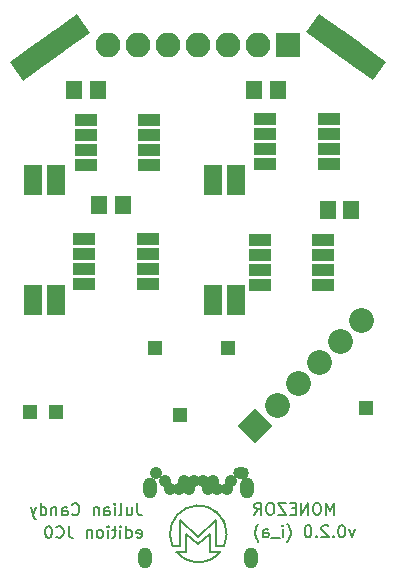
<source format=gbr>
G04 #@! TF.FileFunction,Soldermask,Bot*
%FSLAX46Y46*%
G04 Gerber Fmt 4.6, Leading zero omitted, Abs format (unit mm)*
G04 Created by KiCad (PCBNEW 4.0.7-e2-6376~58~ubuntu16.04.1) date Thu Nov 16 15:54:30 2017*
%MOMM*%
%LPD*%
G01*
G04 APERTURE LIST*
%ADD10C,0.100000*%
%ADD11C,0.200000*%
%ADD12C,0.150000*%
%ADD13R,1.400000X1.650000*%
%ADD14C,2.100000*%
%ADD15O,1.200000X1.800000*%
%ADD16O,1.350000X1.050000*%
%ADD17C,1.050000*%
%ADD18R,2.100000X2.100000*%
%ADD19O,2.100000X2.100000*%
%ADD20R,1.650000X1.400000*%
%ADD21R,1.250000X1.250000*%
%ADD22R,1.950000X1.000000*%
G04 APERTURE END LIST*
D10*
D11*
X210676666Y-117879762D02*
X210771904Y-117927381D01*
X210962381Y-117927381D01*
X211057619Y-117879762D01*
X211105238Y-117784524D01*
X211105238Y-117403571D01*
X211057619Y-117308333D01*
X210962381Y-117260714D01*
X210771904Y-117260714D01*
X210676666Y-117308333D01*
X210629047Y-117403571D01*
X210629047Y-117498810D01*
X211105238Y-117594048D01*
X209771904Y-117927381D02*
X209771904Y-116927381D01*
X209771904Y-117879762D02*
X209867142Y-117927381D01*
X210057619Y-117927381D01*
X210152857Y-117879762D01*
X210200476Y-117832143D01*
X210248095Y-117736905D01*
X210248095Y-117451190D01*
X210200476Y-117355952D01*
X210152857Y-117308333D01*
X210057619Y-117260714D01*
X209867142Y-117260714D01*
X209771904Y-117308333D01*
X209295714Y-117927381D02*
X209295714Y-117260714D01*
X209295714Y-116927381D02*
X209343333Y-116975000D01*
X209295714Y-117022619D01*
X209248095Y-116975000D01*
X209295714Y-116927381D01*
X209295714Y-117022619D01*
X208962381Y-117260714D02*
X208581429Y-117260714D01*
X208819524Y-116927381D02*
X208819524Y-117784524D01*
X208771905Y-117879762D01*
X208676667Y-117927381D01*
X208581429Y-117927381D01*
X208248095Y-117927381D02*
X208248095Y-117260714D01*
X208248095Y-116927381D02*
X208295714Y-116975000D01*
X208248095Y-117022619D01*
X208200476Y-116975000D01*
X208248095Y-116927381D01*
X208248095Y-117022619D01*
X207629048Y-117927381D02*
X207724286Y-117879762D01*
X207771905Y-117832143D01*
X207819524Y-117736905D01*
X207819524Y-117451190D01*
X207771905Y-117355952D01*
X207724286Y-117308333D01*
X207629048Y-117260714D01*
X207486190Y-117260714D01*
X207390952Y-117308333D01*
X207343333Y-117355952D01*
X207295714Y-117451190D01*
X207295714Y-117736905D01*
X207343333Y-117832143D01*
X207390952Y-117879762D01*
X207486190Y-117927381D01*
X207629048Y-117927381D01*
X206867143Y-117260714D02*
X206867143Y-117927381D01*
X206867143Y-117355952D02*
X206819524Y-117308333D01*
X206724286Y-117260714D01*
X206581428Y-117260714D01*
X206486190Y-117308333D01*
X206438571Y-117403571D01*
X206438571Y-117927381D01*
X204914761Y-116927381D02*
X204914761Y-117641667D01*
X204962381Y-117784524D01*
X205057619Y-117879762D01*
X205200476Y-117927381D01*
X205295714Y-117927381D01*
X203867142Y-117832143D02*
X203914761Y-117879762D01*
X204057618Y-117927381D01*
X204152856Y-117927381D01*
X204295714Y-117879762D01*
X204390952Y-117784524D01*
X204438571Y-117689286D01*
X204486190Y-117498810D01*
X204486190Y-117355952D01*
X204438571Y-117165476D01*
X204390952Y-117070238D01*
X204295714Y-116975000D01*
X204152856Y-116927381D01*
X204057618Y-116927381D01*
X203914761Y-116975000D01*
X203867142Y-117022619D01*
X203248095Y-116927381D02*
X203152856Y-116927381D01*
X203057618Y-116975000D01*
X203009999Y-117022619D01*
X202962380Y-117117857D01*
X202914761Y-117308333D01*
X202914761Y-117546429D01*
X202962380Y-117736905D01*
X203009999Y-117832143D01*
X203057618Y-117879762D01*
X203152856Y-117927381D01*
X203248095Y-117927381D01*
X203343333Y-117879762D01*
X203390952Y-117832143D01*
X203438571Y-117736905D01*
X203486190Y-117546429D01*
X203486190Y-117308333D01*
X203438571Y-117117857D01*
X203390952Y-117022619D01*
X203343333Y-116975000D01*
X203248095Y-116927381D01*
X210733733Y-115022381D02*
X210733733Y-115736667D01*
X210781353Y-115879524D01*
X210876591Y-115974762D01*
X211019448Y-116022381D01*
X211114686Y-116022381D01*
X209828971Y-115355714D02*
X209828971Y-116022381D01*
X210257543Y-115355714D02*
X210257543Y-115879524D01*
X210209924Y-115974762D01*
X210114686Y-116022381D01*
X209971828Y-116022381D01*
X209876590Y-115974762D01*
X209828971Y-115927143D01*
X209209924Y-116022381D02*
X209305162Y-115974762D01*
X209352781Y-115879524D01*
X209352781Y-115022381D01*
X208828971Y-116022381D02*
X208828971Y-115355714D01*
X208828971Y-115022381D02*
X208876590Y-115070000D01*
X208828971Y-115117619D01*
X208781352Y-115070000D01*
X208828971Y-115022381D01*
X208828971Y-115117619D01*
X207924209Y-116022381D02*
X207924209Y-115498571D01*
X207971828Y-115403333D01*
X208067066Y-115355714D01*
X208257543Y-115355714D01*
X208352781Y-115403333D01*
X207924209Y-115974762D02*
X208019447Y-116022381D01*
X208257543Y-116022381D01*
X208352781Y-115974762D01*
X208400400Y-115879524D01*
X208400400Y-115784286D01*
X208352781Y-115689048D01*
X208257543Y-115641429D01*
X208019447Y-115641429D01*
X207924209Y-115593810D01*
X207448019Y-115355714D02*
X207448019Y-116022381D01*
X207448019Y-115450952D02*
X207400400Y-115403333D01*
X207305162Y-115355714D01*
X207162304Y-115355714D01*
X207067066Y-115403333D01*
X207019447Y-115498571D01*
X207019447Y-116022381D01*
X205209923Y-115927143D02*
X205257542Y-115974762D01*
X205400399Y-116022381D01*
X205495637Y-116022381D01*
X205638495Y-115974762D01*
X205733733Y-115879524D01*
X205781352Y-115784286D01*
X205828971Y-115593810D01*
X205828971Y-115450952D01*
X205781352Y-115260476D01*
X205733733Y-115165238D01*
X205638495Y-115070000D01*
X205495637Y-115022381D01*
X205400399Y-115022381D01*
X205257542Y-115070000D01*
X205209923Y-115117619D01*
X204352780Y-116022381D02*
X204352780Y-115498571D01*
X204400399Y-115403333D01*
X204495637Y-115355714D01*
X204686114Y-115355714D01*
X204781352Y-115403333D01*
X204352780Y-115974762D02*
X204448018Y-116022381D01*
X204686114Y-116022381D01*
X204781352Y-115974762D01*
X204828971Y-115879524D01*
X204828971Y-115784286D01*
X204781352Y-115689048D01*
X204686114Y-115641429D01*
X204448018Y-115641429D01*
X204352780Y-115593810D01*
X203876590Y-115355714D02*
X203876590Y-116022381D01*
X203876590Y-115450952D02*
X203828971Y-115403333D01*
X203733733Y-115355714D01*
X203590875Y-115355714D01*
X203495637Y-115403333D01*
X203448018Y-115498571D01*
X203448018Y-116022381D01*
X202543256Y-116022381D02*
X202543256Y-115022381D01*
X202543256Y-115974762D02*
X202638494Y-116022381D01*
X202828971Y-116022381D01*
X202924209Y-115974762D01*
X202971828Y-115927143D01*
X203019447Y-115831905D01*
X203019447Y-115546190D01*
X202971828Y-115450952D01*
X202924209Y-115403333D01*
X202828971Y-115355714D01*
X202638494Y-115355714D01*
X202543256Y-115403333D01*
X202162304Y-115355714D02*
X201924209Y-116022381D01*
X201686113Y-115355714D02*
X201924209Y-116022381D01*
X202019447Y-116260476D01*
X202067066Y-116308095D01*
X202162304Y-116355714D01*
X229128152Y-117209914D02*
X228890057Y-117876581D01*
X228651961Y-117209914D01*
X228080533Y-116876581D02*
X227985294Y-116876581D01*
X227890056Y-116924200D01*
X227842437Y-116971819D01*
X227794818Y-117067057D01*
X227747199Y-117257533D01*
X227747199Y-117495629D01*
X227794818Y-117686105D01*
X227842437Y-117781343D01*
X227890056Y-117828962D01*
X227985294Y-117876581D01*
X228080533Y-117876581D01*
X228175771Y-117828962D01*
X228223390Y-117781343D01*
X228271009Y-117686105D01*
X228318628Y-117495629D01*
X228318628Y-117257533D01*
X228271009Y-117067057D01*
X228223390Y-116971819D01*
X228175771Y-116924200D01*
X228080533Y-116876581D01*
X227318628Y-117781343D02*
X227271009Y-117828962D01*
X227318628Y-117876581D01*
X227366247Y-117828962D01*
X227318628Y-117781343D01*
X227318628Y-117876581D01*
X226890057Y-116971819D02*
X226842438Y-116924200D01*
X226747200Y-116876581D01*
X226509104Y-116876581D01*
X226413866Y-116924200D01*
X226366247Y-116971819D01*
X226318628Y-117067057D01*
X226318628Y-117162295D01*
X226366247Y-117305152D01*
X226937676Y-117876581D01*
X226318628Y-117876581D01*
X225890057Y-117781343D02*
X225842438Y-117828962D01*
X225890057Y-117876581D01*
X225937676Y-117828962D01*
X225890057Y-117781343D01*
X225890057Y-117876581D01*
X225223391Y-116876581D02*
X225128152Y-116876581D01*
X225032914Y-116924200D01*
X224985295Y-116971819D01*
X224937676Y-117067057D01*
X224890057Y-117257533D01*
X224890057Y-117495629D01*
X224937676Y-117686105D01*
X224985295Y-117781343D01*
X225032914Y-117828962D01*
X225128152Y-117876581D01*
X225223391Y-117876581D01*
X225318629Y-117828962D01*
X225366248Y-117781343D01*
X225413867Y-117686105D01*
X225461486Y-117495629D01*
X225461486Y-117257533D01*
X225413867Y-117067057D01*
X225366248Y-116971819D01*
X225318629Y-116924200D01*
X225223391Y-116876581D01*
X223413866Y-118257533D02*
X223461486Y-118209914D01*
X223556724Y-118067057D01*
X223604343Y-117971819D01*
X223651962Y-117828962D01*
X223699581Y-117590867D01*
X223699581Y-117400390D01*
X223651962Y-117162295D01*
X223604343Y-117019438D01*
X223556724Y-116924200D01*
X223461486Y-116781343D01*
X223413866Y-116733724D01*
X223032914Y-117876581D02*
X223032914Y-117209914D01*
X223032914Y-116876581D02*
X223080533Y-116924200D01*
X223032914Y-116971819D01*
X222985295Y-116924200D01*
X223032914Y-116876581D01*
X223032914Y-116971819D01*
X222794819Y-117971819D02*
X222032914Y-117971819D01*
X221366247Y-117876581D02*
X221366247Y-117352771D01*
X221413866Y-117257533D01*
X221509104Y-117209914D01*
X221699581Y-117209914D01*
X221794819Y-117257533D01*
X221366247Y-117828962D02*
X221461485Y-117876581D01*
X221699581Y-117876581D01*
X221794819Y-117828962D01*
X221842438Y-117733724D01*
X221842438Y-117638486D01*
X221794819Y-117543248D01*
X221699581Y-117495629D01*
X221461485Y-117495629D01*
X221366247Y-117448010D01*
X220985295Y-118257533D02*
X220937676Y-118209914D01*
X220842438Y-118067057D01*
X220794819Y-117971819D01*
X220747200Y-117828962D01*
X220699581Y-117590867D01*
X220699581Y-117400390D01*
X220747200Y-117162295D01*
X220794819Y-117019438D01*
X220842438Y-116924200D01*
X220937676Y-116781343D01*
X220985295Y-116733724D01*
X227361333Y-115971581D02*
X227361333Y-114971581D01*
X227027999Y-115685867D01*
X226694666Y-114971581D01*
X226694666Y-115971581D01*
X226028000Y-114971581D02*
X225837523Y-114971581D01*
X225742285Y-115019200D01*
X225647047Y-115114438D01*
X225599428Y-115304914D01*
X225599428Y-115638248D01*
X225647047Y-115828724D01*
X225742285Y-115923962D01*
X225837523Y-115971581D01*
X226028000Y-115971581D01*
X226123238Y-115923962D01*
X226218476Y-115828724D01*
X226266095Y-115638248D01*
X226266095Y-115304914D01*
X226218476Y-115114438D01*
X226123238Y-115019200D01*
X226028000Y-114971581D01*
X225170857Y-115971581D02*
X225170857Y-114971581D01*
X224599428Y-115971581D01*
X224599428Y-114971581D01*
X224123238Y-115447771D02*
X223789904Y-115447771D01*
X223647047Y-115971581D02*
X224123238Y-115971581D01*
X224123238Y-114971581D01*
X223647047Y-114971581D01*
X223313714Y-114971581D02*
X222647047Y-114971581D01*
X223313714Y-115971581D01*
X222647047Y-115971581D01*
X222075619Y-114971581D02*
X221885142Y-114971581D01*
X221789904Y-115019200D01*
X221694666Y-115114438D01*
X221647047Y-115304914D01*
X221647047Y-115638248D01*
X221694666Y-115828724D01*
X221789904Y-115923962D01*
X221885142Y-115971581D01*
X222075619Y-115971581D01*
X222170857Y-115923962D01*
X222266095Y-115828724D01*
X222313714Y-115638248D01*
X222313714Y-115304914D01*
X222266095Y-115114438D01*
X222170857Y-115019200D01*
X222075619Y-114971581D01*
X220647047Y-115971581D02*
X220980381Y-115495390D01*
X221218476Y-115971581D02*
X221218476Y-114971581D01*
X220837523Y-114971581D01*
X220742285Y-115019200D01*
X220694666Y-115066819D01*
X220647047Y-115162057D01*
X220647047Y-115304914D01*
X220694666Y-115400152D01*
X220742285Y-115447771D01*
X220837523Y-115495390D01*
X221218476Y-115495390D01*
D12*
X216916000Y-119126000D02*
X217754200Y-119126000D01*
X214884000Y-119126000D02*
X214035640Y-119126000D01*
X214040720Y-119146320D02*
G75*
G03X217444320Y-119461280I1859280J1544320D01*
G01*
X218084400Y-118577360D02*
G75*
G03X216875360Y-115417600I-2184400J975360D01*
G01*
X218059000Y-116519960D02*
G75*
G03X214817960Y-115443000I-2159000J-1082040D01*
G01*
X214370920Y-119471440D02*
G75*
G03X217769440Y-119131080I1529080J1869440D01*
G01*
X214884000Y-115412520D02*
G75*
G03X213710520Y-118618000I1016000J-2189480D01*
G01*
X214884000Y-119126000D02*
X214884000Y-117602000D01*
X214884000Y-117602000D02*
X215900000Y-118491000D01*
X215900000Y-118491000D02*
X216916000Y-117602000D01*
X217424000Y-116459000D02*
X217424000Y-118618000D01*
X217424000Y-116459000D02*
X215900000Y-117856000D01*
X214376000Y-116459000D02*
X214376000Y-118618000D01*
X215900000Y-117856000D02*
X214376000Y-116459000D01*
X216916000Y-117602000D02*
X216916000Y-119126000D01*
X217424000Y-118618000D02*
X218059000Y-118618000D01*
X214376000Y-118618000D02*
X213741000Y-118618000D01*
D13*
X209508600Y-89738200D03*
X207508600Y-89738200D03*
X222615000Y-80010000D03*
X220615000Y-80010000D03*
X228838000Y-90170000D03*
X226838000Y-90170000D03*
X207375000Y-80010000D03*
X205375000Y-80010000D03*
D10*
G36*
X222210924Y-108458000D02*
X220726000Y-109942924D01*
X219241076Y-108458000D01*
X220726000Y-106973076D01*
X222210924Y-108458000D01*
X222210924Y-108458000D01*
G37*
D14*
X222522051Y-106661949D02*
X222522051Y-106661949D01*
X224318102Y-104865898D02*
X224318102Y-104865898D01*
X226114154Y-103069846D02*
X226114154Y-103069846D01*
X227910205Y-101273795D02*
X227910205Y-101273795D01*
X229706256Y-99477744D02*
X229706256Y-99477744D01*
D15*
X211770000Y-113730000D03*
X220030000Y-113730000D03*
X220390000Y-119680000D03*
X211410000Y-119680000D03*
D16*
X219500000Y-112480000D03*
D17*
X212300000Y-112480000D03*
X218700000Y-113130000D03*
X217100000Y-113130000D03*
X216300000Y-113130000D03*
X215500000Y-113130000D03*
X214700000Y-113130000D03*
X213100000Y-113130000D03*
X218300000Y-113830000D03*
X217500000Y-113830000D03*
X216700000Y-113830000D03*
X215100000Y-113830000D03*
X214300000Y-113830000D03*
X213500000Y-113830000D03*
D18*
X223520000Y-76200000D03*
D19*
X220980000Y-76200000D03*
X218440000Y-76200000D03*
X215900000Y-76200000D03*
X213360000Y-76200000D03*
X210820000Y-76200000D03*
X208280000Y-76200000D03*
D10*
G36*
X203127857Y-77745015D02*
X202010585Y-76178657D01*
X203576943Y-75061385D01*
X204694215Y-76627743D01*
X203127857Y-77745015D01*
X203127857Y-77745015D01*
G37*
G36*
X201069773Y-79213033D02*
X199952501Y-77646675D01*
X202150613Y-76078777D01*
X203267885Y-77645135D01*
X201069773Y-79213033D01*
X201069773Y-79213033D01*
G37*
G36*
X204554187Y-76727623D02*
X203436915Y-75161265D01*
X205635027Y-73593367D01*
X206752299Y-75159725D01*
X204554187Y-76727623D01*
X204554187Y-76727623D01*
G37*
G36*
X229764015Y-76153257D02*
X228646743Y-77719615D01*
X227080385Y-76602343D01*
X228197657Y-75035985D01*
X229764015Y-76153257D01*
X229764015Y-76153257D01*
G37*
G36*
X231822099Y-77621275D02*
X230704827Y-79187633D01*
X228506715Y-77619735D01*
X229623987Y-76053377D01*
X231822099Y-77621275D01*
X231822099Y-77621275D01*
G37*
G36*
X228337685Y-75135865D02*
X227220413Y-76702223D01*
X225022301Y-75134325D01*
X226139573Y-73567967D01*
X228337685Y-75135865D01*
X228337685Y-75135865D01*
G37*
D20*
X201930000Y-97218500D03*
X201930000Y-98361500D03*
X203835000Y-97218500D03*
X203835000Y-98361500D03*
X217170000Y-97218500D03*
X217170000Y-98361500D03*
X219075000Y-97218500D03*
X219075000Y-98361500D03*
X217170000Y-87058500D03*
X217170000Y-88201500D03*
X219075000Y-87058500D03*
X219075000Y-88201500D03*
X201930000Y-87058500D03*
X201930000Y-88201500D03*
X203835000Y-87058500D03*
X203835000Y-88201500D03*
D21*
X203835000Y-107315000D03*
X212242400Y-101854000D03*
X218389200Y-101854000D03*
X201676000Y-107315000D03*
X230124000Y-106934000D03*
X214376000Y-107569000D03*
D22*
X211640400Y-92659200D03*
X211640400Y-93929200D03*
X211640400Y-95199200D03*
X211640400Y-96469200D03*
X206240400Y-96469200D03*
X206240400Y-95199200D03*
X206240400Y-93929200D03*
X206240400Y-92659200D03*
X226956600Y-82499200D03*
X226956600Y-83769200D03*
X226956600Y-85039200D03*
X226956600Y-86309200D03*
X221556600Y-86309200D03*
X221556600Y-85039200D03*
X221556600Y-83769200D03*
X221556600Y-82499200D03*
X226474000Y-92684600D03*
X226474000Y-93954600D03*
X226474000Y-95224600D03*
X226474000Y-96494600D03*
X221074000Y-96494600D03*
X221074000Y-95224600D03*
X221074000Y-93954600D03*
X221074000Y-92684600D03*
X211742000Y-82575400D03*
X211742000Y-83845400D03*
X211742000Y-85115400D03*
X211742000Y-86385400D03*
X206342000Y-86385400D03*
X206342000Y-85115400D03*
X206342000Y-83845400D03*
X206342000Y-82575400D03*
M02*

</source>
